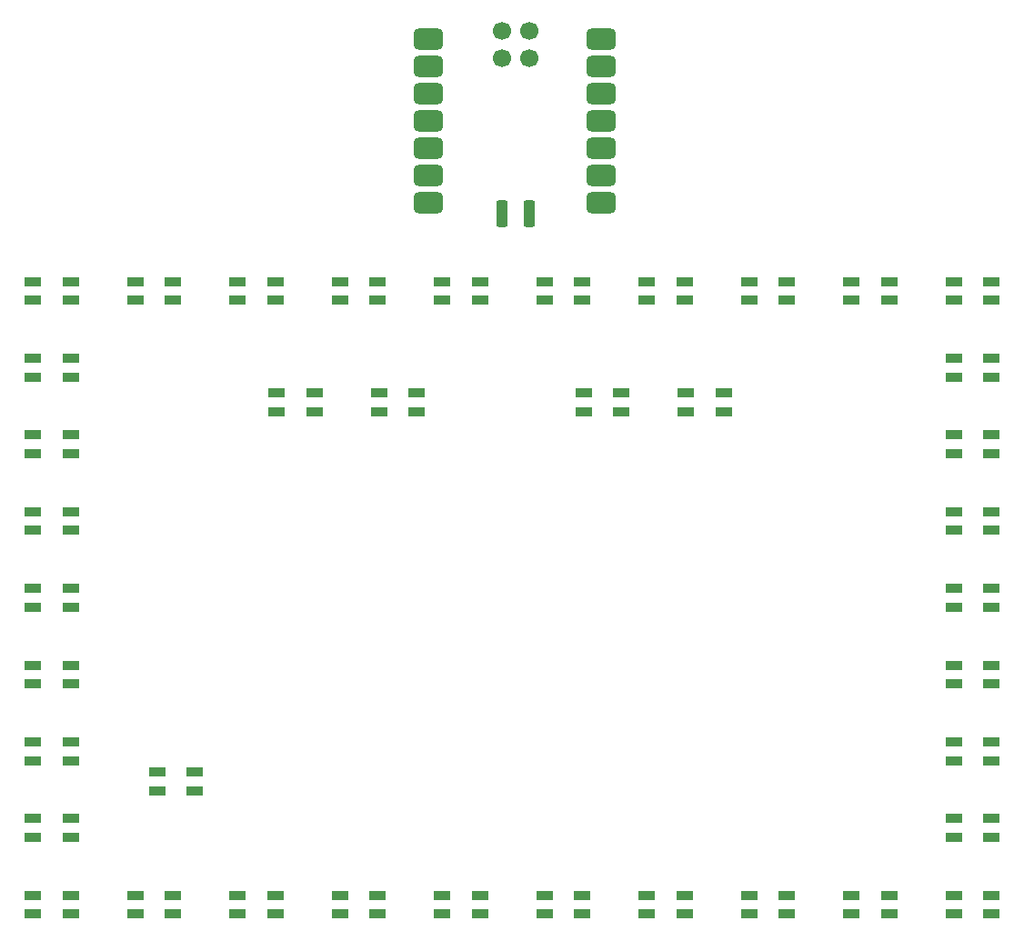
<source format=gbr>
%TF.GenerationSoftware,KiCad,Pcbnew,9.0.0*%
%TF.CreationDate,2025-04-05T15:43:16+05:30*%
%TF.ProjectId,PixelDoro,50697865-6c44-46f7-926f-2e6b69636164,rev?*%
%TF.SameCoordinates,Original*%
%TF.FileFunction,Paste,Top*%
%TF.FilePolarity,Positive*%
%FSLAX46Y46*%
G04 Gerber Fmt 4.6, Leading zero omitted, Abs format (unit mm)*
G04 Created by KiCad (PCBNEW 9.0.0) date 2025-04-05 15:43:16*
%MOMM*%
%LPD*%
G01*
G04 APERTURE LIST*
G04 Aperture macros list*
%AMRoundRect*
0 Rectangle with rounded corners*
0 $1 Rounding radius*
0 $2 $3 $4 $5 $6 $7 $8 $9 X,Y pos of 4 corners*
0 Add a 4 corners polygon primitive as box body*
4,1,4,$2,$3,$4,$5,$6,$7,$8,$9,$2,$3,0*
0 Add four circle primitives for the rounded corners*
1,1,$1+$1,$2,$3*
1,1,$1+$1,$4,$5*
1,1,$1+$1,$6,$7*
1,1,$1+$1,$8,$9*
0 Add four rect primitives between the rounded corners*
20,1,$1+$1,$2,$3,$4,$5,0*
20,1,$1+$1,$4,$5,$6,$7,0*
20,1,$1+$1,$6,$7,$8,$9,0*
20,1,$1+$1,$8,$9,$2,$3,0*%
G04 Aperture macros list end*
%ADD10R,1.600000X0.850000*%
%ADD11RoundRect,0.500000X-0.875000X-0.500000X0.875000X-0.500000X0.875000X0.500000X-0.875000X0.500000X0*%
%ADD12RoundRect,0.275000X-0.275000X0.975000X-0.275000X-0.975000X0.275000X-0.975000X0.275000X0.975000X0*%
%ADD13C,1.700000*%
G04 APERTURE END LIST*
D10*
%TO.C,D12*%
X188118750Y-79212500D03*
X188118750Y-80962500D03*
X191618750Y-80962500D03*
X191618750Y-79212500D03*
%TD*%
%TO.C,D19*%
X169068750Y-114931250D03*
X169068750Y-116681250D03*
X172568750Y-116681250D03*
X172568750Y-114931250D03*
%TD*%
%TO.C,D2*%
X121443750Y-57781250D03*
X121443750Y-59531250D03*
X124943750Y-59531250D03*
X124943750Y-57781250D03*
%TD*%
%TO.C,D14*%
X188118750Y-93500000D03*
X188118750Y-95250000D03*
X191618750Y-95250000D03*
X191618750Y-93500000D03*
%TD*%
%TO.C,D1*%
X111918750Y-57781250D03*
X111918750Y-59531250D03*
X115418750Y-59531250D03*
X115418750Y-57781250D03*
%TD*%
%TO.C,D15*%
X188118750Y-100643750D03*
X188118750Y-102393750D03*
X191618750Y-102393750D03*
X191618750Y-100643750D03*
%TD*%
%TO.C,D25*%
X111918750Y-114931250D03*
X111918750Y-116681250D03*
X115418750Y-116681250D03*
X115418750Y-114931250D03*
%TD*%
%TO.C,D11*%
X188118750Y-72068750D03*
X188118750Y-73818750D03*
X191618750Y-73818750D03*
X191618750Y-72068750D03*
%TD*%
%TO.C,D24*%
X121443750Y-114931250D03*
X121443750Y-116681250D03*
X124943750Y-116681250D03*
X124943750Y-114931250D03*
%TD*%
%TO.C,D34*%
X102393750Y-57781250D03*
X102393750Y-59531250D03*
X105893750Y-59531250D03*
X105893750Y-57781250D03*
%TD*%
%TO.C,D22*%
X140493750Y-114931250D03*
X140493750Y-116681250D03*
X143993750Y-116681250D03*
X143993750Y-114931250D03*
%TD*%
%TO.C,D13*%
X188118750Y-86356250D03*
X188118750Y-88106250D03*
X191618750Y-88106250D03*
X191618750Y-86356250D03*
%TD*%
%TO.C,D38*%
X163187500Y-68181250D03*
X163187500Y-69931250D03*
X166687500Y-69931250D03*
X166687500Y-68181250D03*
%TD*%
%TO.C,D32*%
X102393750Y-72068750D03*
X102393750Y-73818750D03*
X105893750Y-73818750D03*
X105893750Y-72068750D03*
%TD*%
%TO.C,D27*%
X102393750Y-107787500D03*
X102393750Y-109537500D03*
X105893750Y-109537500D03*
X105893750Y-107787500D03*
%TD*%
%TO.C,D5*%
X150018750Y-57781250D03*
X150018750Y-59531250D03*
X153518750Y-59531250D03*
X153518750Y-57781250D03*
%TD*%
%TO.C,D10*%
X188118750Y-64925000D03*
X188118750Y-66675000D03*
X191618750Y-66675000D03*
X191618750Y-64925000D03*
%TD*%
D11*
%TO.C,U1*%
X139161250Y-35242500D03*
X139161250Y-37782500D03*
X139161250Y-40322500D03*
X139161250Y-42862500D03*
X139161250Y-45402500D03*
X139161250Y-47942500D03*
X139161250Y-50482500D03*
X155326250Y-50482500D03*
X155326250Y-47942500D03*
X155326250Y-45402500D03*
X155326250Y-42862500D03*
X155326250Y-40322500D03*
X155326250Y-37782500D03*
X155326250Y-35242500D03*
D12*
X146073250Y-51502500D03*
X148613250Y-51502500D03*
D13*
X146073250Y-34484500D03*
X148613250Y-34484500D03*
X146073250Y-37024500D03*
X148613250Y-37024500D03*
%TD*%
D10*
%TO.C,D9*%
X188118750Y-57781250D03*
X188118750Y-59531250D03*
X191618750Y-59531250D03*
X191618750Y-57781250D03*
%TD*%
%TO.C,D30*%
X102393750Y-86356250D03*
X102393750Y-88106250D03*
X105893750Y-88106250D03*
X105893750Y-86356250D03*
%TD*%
%TO.C,D20*%
X159543750Y-114931250D03*
X159543750Y-116681250D03*
X163043750Y-116681250D03*
X163043750Y-114931250D03*
%TD*%
%TO.C,D37*%
X153662500Y-68181250D03*
X153662500Y-69931250D03*
X157162500Y-69931250D03*
X157162500Y-68181250D03*
%TD*%
%TO.C,STATUS LED*%
X113950000Y-103460000D03*
X113950000Y-105210000D03*
X117450000Y-105210000D03*
X117450000Y-103460000D03*
%TD*%
%TO.C,D16*%
X188118750Y-107787500D03*
X188118750Y-109537500D03*
X191618750Y-109537500D03*
X191618750Y-107787500D03*
%TD*%
%TO.C,D3*%
X130968750Y-57781250D03*
X130968750Y-59531250D03*
X134468750Y-59531250D03*
X134468750Y-57781250D03*
%TD*%
%TO.C,D21*%
X150018750Y-114931250D03*
X150018750Y-116681250D03*
X153518750Y-116681250D03*
X153518750Y-114931250D03*
%TD*%
%TO.C,D26*%
X102393750Y-114931250D03*
X102393750Y-116681250D03*
X105893750Y-116681250D03*
X105893750Y-114931250D03*
%TD*%
%TO.C,D33*%
X102393750Y-64925000D03*
X102393750Y-66675000D03*
X105893750Y-66675000D03*
X105893750Y-64925000D03*
%TD*%
%TO.C,D6*%
X159543750Y-57781250D03*
X159543750Y-59531250D03*
X163043750Y-59531250D03*
X163043750Y-57781250D03*
%TD*%
%TO.C,D35*%
X125087500Y-68181250D03*
X125087500Y-69931250D03*
X128587500Y-69931250D03*
X128587500Y-68181250D03*
%TD*%
%TO.C,D17*%
X188118750Y-114931250D03*
X188118750Y-116681250D03*
X191618750Y-116681250D03*
X191618750Y-114931250D03*
%TD*%
%TO.C,D36*%
X134612500Y-68181250D03*
X134612500Y-69931250D03*
X138112500Y-69931250D03*
X138112500Y-68181250D03*
%TD*%
%TO.C,D8*%
X178593750Y-57781250D03*
X178593750Y-59531250D03*
X182093750Y-59531250D03*
X182093750Y-57781250D03*
%TD*%
%TO.C,D7*%
X169068750Y-57781250D03*
X169068750Y-59531250D03*
X172568750Y-59531250D03*
X172568750Y-57781250D03*
%TD*%
%TO.C,D28*%
X102393750Y-100643750D03*
X102393750Y-102393750D03*
X105893750Y-102393750D03*
X105893750Y-100643750D03*
%TD*%
%TO.C,D31*%
X102393750Y-79212500D03*
X102393750Y-80962500D03*
X105893750Y-80962500D03*
X105893750Y-79212500D03*
%TD*%
%TO.C,D23*%
X130968750Y-114931250D03*
X130968750Y-116681250D03*
X134468750Y-116681250D03*
X134468750Y-114931250D03*
%TD*%
%TO.C,D29*%
X102393750Y-93500000D03*
X102393750Y-95250000D03*
X105893750Y-95250000D03*
X105893750Y-93500000D03*
%TD*%
%TO.C,D18*%
X178593750Y-114931250D03*
X178593750Y-116681250D03*
X182093750Y-116681250D03*
X182093750Y-114931250D03*
%TD*%
%TO.C,D4*%
X140493750Y-57781250D03*
X140493750Y-59531250D03*
X143993750Y-59531250D03*
X143993750Y-57781250D03*
%TD*%
M02*

</source>
